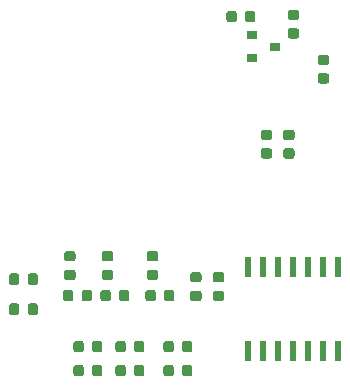
<source format=gtp>
G04 #@! TF.GenerationSoftware,KiCad,Pcbnew,5.1.5-52549c5~84~ubuntu18.04.1*
G04 #@! TF.CreationDate,2020-03-22T23:19:32-04:00*
G04 #@! TF.ProjectId,tcd1304_v1,74636431-3330-4345-9f76-312e6b696361,rev?*
G04 #@! TF.SameCoordinates,Original*
G04 #@! TF.FileFunction,Paste,Top*
G04 #@! TF.FilePolarity,Positive*
%FSLAX46Y46*%
G04 Gerber Fmt 4.6, Leading zero omitted, Abs format (unit mm)*
G04 Created by KiCad (PCBNEW 5.1.5-52549c5~84~ubuntu18.04.1) date 2020-03-22 23:19:32*
%MOMM*%
%LPD*%
G04 APERTURE LIST*
%ADD10R,0.568000X1.741399*%
%ADD11C,0.100000*%
%ADD12R,0.900000X0.800000*%
G04 APERTURE END LIST*
D10*
X156845000Y-99466400D03*
X155575000Y-99466400D03*
X154305000Y-99466400D03*
X153035000Y-99466400D03*
X151765000Y-99466400D03*
X150495000Y-99466400D03*
X149225000Y-99466400D03*
X149225000Y-92303600D03*
X150495000Y-92303600D03*
X151765000Y-92303600D03*
X153035000Y-92303600D03*
X154305000Y-92303600D03*
X155575000Y-92303600D03*
X156845000Y-92303600D03*
D11*
G36*
X134389691Y-90978053D02*
G01*
X134410926Y-90981203D01*
X134431750Y-90986419D01*
X134451962Y-90993651D01*
X134471368Y-91002830D01*
X134489781Y-91013866D01*
X134507024Y-91026654D01*
X134522930Y-91041070D01*
X134537346Y-91056976D01*
X134550134Y-91074219D01*
X134561170Y-91092632D01*
X134570349Y-91112038D01*
X134577581Y-91132250D01*
X134582797Y-91153074D01*
X134585947Y-91174309D01*
X134587000Y-91195750D01*
X134587000Y-91633250D01*
X134585947Y-91654691D01*
X134582797Y-91675926D01*
X134577581Y-91696750D01*
X134570349Y-91716962D01*
X134561170Y-91736368D01*
X134550134Y-91754781D01*
X134537346Y-91772024D01*
X134522930Y-91787930D01*
X134507024Y-91802346D01*
X134489781Y-91815134D01*
X134471368Y-91826170D01*
X134451962Y-91835349D01*
X134431750Y-91842581D01*
X134410926Y-91847797D01*
X134389691Y-91850947D01*
X134368250Y-91852000D01*
X133855750Y-91852000D01*
X133834309Y-91850947D01*
X133813074Y-91847797D01*
X133792250Y-91842581D01*
X133772038Y-91835349D01*
X133752632Y-91826170D01*
X133734219Y-91815134D01*
X133716976Y-91802346D01*
X133701070Y-91787930D01*
X133686654Y-91772024D01*
X133673866Y-91754781D01*
X133662830Y-91736368D01*
X133653651Y-91716962D01*
X133646419Y-91696750D01*
X133641203Y-91675926D01*
X133638053Y-91654691D01*
X133637000Y-91633250D01*
X133637000Y-91195750D01*
X133638053Y-91174309D01*
X133641203Y-91153074D01*
X133646419Y-91132250D01*
X133653651Y-91112038D01*
X133662830Y-91092632D01*
X133673866Y-91074219D01*
X133686654Y-91056976D01*
X133701070Y-91041070D01*
X133716976Y-91026654D01*
X133734219Y-91013866D01*
X133752632Y-91002830D01*
X133772038Y-90993651D01*
X133792250Y-90986419D01*
X133813074Y-90981203D01*
X133834309Y-90978053D01*
X133855750Y-90977000D01*
X134368250Y-90977000D01*
X134389691Y-90978053D01*
G37*
G36*
X134389691Y-92553053D02*
G01*
X134410926Y-92556203D01*
X134431750Y-92561419D01*
X134451962Y-92568651D01*
X134471368Y-92577830D01*
X134489781Y-92588866D01*
X134507024Y-92601654D01*
X134522930Y-92616070D01*
X134537346Y-92631976D01*
X134550134Y-92649219D01*
X134561170Y-92667632D01*
X134570349Y-92687038D01*
X134577581Y-92707250D01*
X134582797Y-92728074D01*
X134585947Y-92749309D01*
X134587000Y-92770750D01*
X134587000Y-93208250D01*
X134585947Y-93229691D01*
X134582797Y-93250926D01*
X134577581Y-93271750D01*
X134570349Y-93291962D01*
X134561170Y-93311368D01*
X134550134Y-93329781D01*
X134537346Y-93347024D01*
X134522930Y-93362930D01*
X134507024Y-93377346D01*
X134489781Y-93390134D01*
X134471368Y-93401170D01*
X134451962Y-93410349D01*
X134431750Y-93417581D01*
X134410926Y-93422797D01*
X134389691Y-93425947D01*
X134368250Y-93427000D01*
X133855750Y-93427000D01*
X133834309Y-93425947D01*
X133813074Y-93422797D01*
X133792250Y-93417581D01*
X133772038Y-93410349D01*
X133752632Y-93401170D01*
X133734219Y-93390134D01*
X133716976Y-93377346D01*
X133701070Y-93362930D01*
X133686654Y-93347024D01*
X133673866Y-93329781D01*
X133662830Y-93311368D01*
X133653651Y-93291962D01*
X133646419Y-93271750D01*
X133641203Y-93250926D01*
X133638053Y-93229691D01*
X133637000Y-93208250D01*
X133637000Y-92770750D01*
X133638053Y-92749309D01*
X133641203Y-92728074D01*
X133646419Y-92707250D01*
X133653651Y-92687038D01*
X133662830Y-92667632D01*
X133673866Y-92649219D01*
X133686654Y-92631976D01*
X133701070Y-92616070D01*
X133716976Y-92601654D01*
X133734219Y-92588866D01*
X133752632Y-92577830D01*
X133772038Y-92568651D01*
X133792250Y-92561419D01*
X133813074Y-92556203D01*
X133834309Y-92553053D01*
X133855750Y-92552000D01*
X134368250Y-92552000D01*
X134389691Y-92553053D01*
G37*
G36*
X137564691Y-90978053D02*
G01*
X137585926Y-90981203D01*
X137606750Y-90986419D01*
X137626962Y-90993651D01*
X137646368Y-91002830D01*
X137664781Y-91013866D01*
X137682024Y-91026654D01*
X137697930Y-91041070D01*
X137712346Y-91056976D01*
X137725134Y-91074219D01*
X137736170Y-91092632D01*
X137745349Y-91112038D01*
X137752581Y-91132250D01*
X137757797Y-91153074D01*
X137760947Y-91174309D01*
X137762000Y-91195750D01*
X137762000Y-91633250D01*
X137760947Y-91654691D01*
X137757797Y-91675926D01*
X137752581Y-91696750D01*
X137745349Y-91716962D01*
X137736170Y-91736368D01*
X137725134Y-91754781D01*
X137712346Y-91772024D01*
X137697930Y-91787930D01*
X137682024Y-91802346D01*
X137664781Y-91815134D01*
X137646368Y-91826170D01*
X137626962Y-91835349D01*
X137606750Y-91842581D01*
X137585926Y-91847797D01*
X137564691Y-91850947D01*
X137543250Y-91852000D01*
X137030750Y-91852000D01*
X137009309Y-91850947D01*
X136988074Y-91847797D01*
X136967250Y-91842581D01*
X136947038Y-91835349D01*
X136927632Y-91826170D01*
X136909219Y-91815134D01*
X136891976Y-91802346D01*
X136876070Y-91787930D01*
X136861654Y-91772024D01*
X136848866Y-91754781D01*
X136837830Y-91736368D01*
X136828651Y-91716962D01*
X136821419Y-91696750D01*
X136816203Y-91675926D01*
X136813053Y-91654691D01*
X136812000Y-91633250D01*
X136812000Y-91195750D01*
X136813053Y-91174309D01*
X136816203Y-91153074D01*
X136821419Y-91132250D01*
X136828651Y-91112038D01*
X136837830Y-91092632D01*
X136848866Y-91074219D01*
X136861654Y-91056976D01*
X136876070Y-91041070D01*
X136891976Y-91026654D01*
X136909219Y-91013866D01*
X136927632Y-91002830D01*
X136947038Y-90993651D01*
X136967250Y-90986419D01*
X136988074Y-90981203D01*
X137009309Y-90978053D01*
X137030750Y-90977000D01*
X137543250Y-90977000D01*
X137564691Y-90978053D01*
G37*
G36*
X137564691Y-92553053D02*
G01*
X137585926Y-92556203D01*
X137606750Y-92561419D01*
X137626962Y-92568651D01*
X137646368Y-92577830D01*
X137664781Y-92588866D01*
X137682024Y-92601654D01*
X137697930Y-92616070D01*
X137712346Y-92631976D01*
X137725134Y-92649219D01*
X137736170Y-92667632D01*
X137745349Y-92687038D01*
X137752581Y-92707250D01*
X137757797Y-92728074D01*
X137760947Y-92749309D01*
X137762000Y-92770750D01*
X137762000Y-93208250D01*
X137760947Y-93229691D01*
X137757797Y-93250926D01*
X137752581Y-93271750D01*
X137745349Y-93291962D01*
X137736170Y-93311368D01*
X137725134Y-93329781D01*
X137712346Y-93347024D01*
X137697930Y-93362930D01*
X137682024Y-93377346D01*
X137664781Y-93390134D01*
X137646368Y-93401170D01*
X137626962Y-93410349D01*
X137606750Y-93417581D01*
X137585926Y-93422797D01*
X137564691Y-93425947D01*
X137543250Y-93427000D01*
X137030750Y-93427000D01*
X137009309Y-93425947D01*
X136988074Y-93422797D01*
X136967250Y-93417581D01*
X136947038Y-93410349D01*
X136927632Y-93401170D01*
X136909219Y-93390134D01*
X136891976Y-93377346D01*
X136876070Y-93362930D01*
X136861654Y-93347024D01*
X136848866Y-93329781D01*
X136837830Y-93311368D01*
X136828651Y-93291962D01*
X136821419Y-93271750D01*
X136816203Y-93250926D01*
X136813053Y-93229691D01*
X136812000Y-93208250D01*
X136812000Y-92770750D01*
X136813053Y-92749309D01*
X136816203Y-92728074D01*
X136821419Y-92707250D01*
X136828651Y-92687038D01*
X136837830Y-92667632D01*
X136848866Y-92649219D01*
X136861654Y-92631976D01*
X136876070Y-92616070D01*
X136891976Y-92601654D01*
X136909219Y-92588866D01*
X136927632Y-92577830D01*
X136947038Y-92568651D01*
X136967250Y-92561419D01*
X136988074Y-92556203D01*
X137009309Y-92553053D01*
X137030750Y-92552000D01*
X137543250Y-92552000D01*
X137564691Y-92553053D01*
G37*
G36*
X141374691Y-90978053D02*
G01*
X141395926Y-90981203D01*
X141416750Y-90986419D01*
X141436962Y-90993651D01*
X141456368Y-91002830D01*
X141474781Y-91013866D01*
X141492024Y-91026654D01*
X141507930Y-91041070D01*
X141522346Y-91056976D01*
X141535134Y-91074219D01*
X141546170Y-91092632D01*
X141555349Y-91112038D01*
X141562581Y-91132250D01*
X141567797Y-91153074D01*
X141570947Y-91174309D01*
X141572000Y-91195750D01*
X141572000Y-91633250D01*
X141570947Y-91654691D01*
X141567797Y-91675926D01*
X141562581Y-91696750D01*
X141555349Y-91716962D01*
X141546170Y-91736368D01*
X141535134Y-91754781D01*
X141522346Y-91772024D01*
X141507930Y-91787930D01*
X141492024Y-91802346D01*
X141474781Y-91815134D01*
X141456368Y-91826170D01*
X141436962Y-91835349D01*
X141416750Y-91842581D01*
X141395926Y-91847797D01*
X141374691Y-91850947D01*
X141353250Y-91852000D01*
X140840750Y-91852000D01*
X140819309Y-91850947D01*
X140798074Y-91847797D01*
X140777250Y-91842581D01*
X140757038Y-91835349D01*
X140737632Y-91826170D01*
X140719219Y-91815134D01*
X140701976Y-91802346D01*
X140686070Y-91787930D01*
X140671654Y-91772024D01*
X140658866Y-91754781D01*
X140647830Y-91736368D01*
X140638651Y-91716962D01*
X140631419Y-91696750D01*
X140626203Y-91675926D01*
X140623053Y-91654691D01*
X140622000Y-91633250D01*
X140622000Y-91195750D01*
X140623053Y-91174309D01*
X140626203Y-91153074D01*
X140631419Y-91132250D01*
X140638651Y-91112038D01*
X140647830Y-91092632D01*
X140658866Y-91074219D01*
X140671654Y-91056976D01*
X140686070Y-91041070D01*
X140701976Y-91026654D01*
X140719219Y-91013866D01*
X140737632Y-91002830D01*
X140757038Y-90993651D01*
X140777250Y-90986419D01*
X140798074Y-90981203D01*
X140819309Y-90978053D01*
X140840750Y-90977000D01*
X141353250Y-90977000D01*
X141374691Y-90978053D01*
G37*
G36*
X141374691Y-92553053D02*
G01*
X141395926Y-92556203D01*
X141416750Y-92561419D01*
X141436962Y-92568651D01*
X141456368Y-92577830D01*
X141474781Y-92588866D01*
X141492024Y-92601654D01*
X141507930Y-92616070D01*
X141522346Y-92631976D01*
X141535134Y-92649219D01*
X141546170Y-92667632D01*
X141555349Y-92687038D01*
X141562581Y-92707250D01*
X141567797Y-92728074D01*
X141570947Y-92749309D01*
X141572000Y-92770750D01*
X141572000Y-93208250D01*
X141570947Y-93229691D01*
X141567797Y-93250926D01*
X141562581Y-93271750D01*
X141555349Y-93291962D01*
X141546170Y-93311368D01*
X141535134Y-93329781D01*
X141522346Y-93347024D01*
X141507930Y-93362930D01*
X141492024Y-93377346D01*
X141474781Y-93390134D01*
X141456368Y-93401170D01*
X141436962Y-93410349D01*
X141416750Y-93417581D01*
X141395926Y-93422797D01*
X141374691Y-93425947D01*
X141353250Y-93427000D01*
X140840750Y-93427000D01*
X140819309Y-93425947D01*
X140798074Y-93422797D01*
X140777250Y-93417581D01*
X140757038Y-93410349D01*
X140737632Y-93401170D01*
X140719219Y-93390134D01*
X140701976Y-93377346D01*
X140686070Y-93362930D01*
X140671654Y-93347024D01*
X140658866Y-93329781D01*
X140647830Y-93311368D01*
X140638651Y-93291962D01*
X140631419Y-93271750D01*
X140626203Y-93250926D01*
X140623053Y-93229691D01*
X140622000Y-93208250D01*
X140622000Y-92770750D01*
X140623053Y-92749309D01*
X140626203Y-92728074D01*
X140631419Y-92707250D01*
X140638651Y-92687038D01*
X140647830Y-92667632D01*
X140658866Y-92649219D01*
X140671654Y-92631976D01*
X140686070Y-92616070D01*
X140701976Y-92601654D01*
X140719219Y-92588866D01*
X140737632Y-92577830D01*
X140757038Y-92568651D01*
X140777250Y-92561419D01*
X140798074Y-92556203D01*
X140819309Y-92553053D01*
X140840750Y-92552000D01*
X141353250Y-92552000D01*
X141374691Y-92553053D01*
G37*
G36*
X135088691Y-98586053D02*
G01*
X135109926Y-98589203D01*
X135130750Y-98594419D01*
X135150962Y-98601651D01*
X135170368Y-98610830D01*
X135188781Y-98621866D01*
X135206024Y-98634654D01*
X135221930Y-98649070D01*
X135236346Y-98664976D01*
X135249134Y-98682219D01*
X135260170Y-98700632D01*
X135269349Y-98720038D01*
X135276581Y-98740250D01*
X135281797Y-98761074D01*
X135284947Y-98782309D01*
X135286000Y-98803750D01*
X135286000Y-99316250D01*
X135284947Y-99337691D01*
X135281797Y-99358926D01*
X135276581Y-99379750D01*
X135269349Y-99399962D01*
X135260170Y-99419368D01*
X135249134Y-99437781D01*
X135236346Y-99455024D01*
X135221930Y-99470930D01*
X135206024Y-99485346D01*
X135188781Y-99498134D01*
X135170368Y-99509170D01*
X135150962Y-99518349D01*
X135130750Y-99525581D01*
X135109926Y-99530797D01*
X135088691Y-99533947D01*
X135067250Y-99535000D01*
X134629750Y-99535000D01*
X134608309Y-99533947D01*
X134587074Y-99530797D01*
X134566250Y-99525581D01*
X134546038Y-99518349D01*
X134526632Y-99509170D01*
X134508219Y-99498134D01*
X134490976Y-99485346D01*
X134475070Y-99470930D01*
X134460654Y-99455024D01*
X134447866Y-99437781D01*
X134436830Y-99419368D01*
X134427651Y-99399962D01*
X134420419Y-99379750D01*
X134415203Y-99358926D01*
X134412053Y-99337691D01*
X134411000Y-99316250D01*
X134411000Y-98803750D01*
X134412053Y-98782309D01*
X134415203Y-98761074D01*
X134420419Y-98740250D01*
X134427651Y-98720038D01*
X134436830Y-98700632D01*
X134447866Y-98682219D01*
X134460654Y-98664976D01*
X134475070Y-98649070D01*
X134490976Y-98634654D01*
X134508219Y-98621866D01*
X134526632Y-98610830D01*
X134546038Y-98601651D01*
X134566250Y-98594419D01*
X134587074Y-98589203D01*
X134608309Y-98586053D01*
X134629750Y-98585000D01*
X135067250Y-98585000D01*
X135088691Y-98586053D01*
G37*
G36*
X136663691Y-98586053D02*
G01*
X136684926Y-98589203D01*
X136705750Y-98594419D01*
X136725962Y-98601651D01*
X136745368Y-98610830D01*
X136763781Y-98621866D01*
X136781024Y-98634654D01*
X136796930Y-98649070D01*
X136811346Y-98664976D01*
X136824134Y-98682219D01*
X136835170Y-98700632D01*
X136844349Y-98720038D01*
X136851581Y-98740250D01*
X136856797Y-98761074D01*
X136859947Y-98782309D01*
X136861000Y-98803750D01*
X136861000Y-99316250D01*
X136859947Y-99337691D01*
X136856797Y-99358926D01*
X136851581Y-99379750D01*
X136844349Y-99399962D01*
X136835170Y-99419368D01*
X136824134Y-99437781D01*
X136811346Y-99455024D01*
X136796930Y-99470930D01*
X136781024Y-99485346D01*
X136763781Y-99498134D01*
X136745368Y-99509170D01*
X136725962Y-99518349D01*
X136705750Y-99525581D01*
X136684926Y-99530797D01*
X136663691Y-99533947D01*
X136642250Y-99535000D01*
X136204750Y-99535000D01*
X136183309Y-99533947D01*
X136162074Y-99530797D01*
X136141250Y-99525581D01*
X136121038Y-99518349D01*
X136101632Y-99509170D01*
X136083219Y-99498134D01*
X136065976Y-99485346D01*
X136050070Y-99470930D01*
X136035654Y-99455024D01*
X136022866Y-99437781D01*
X136011830Y-99419368D01*
X136002651Y-99399962D01*
X135995419Y-99379750D01*
X135990203Y-99358926D01*
X135987053Y-99337691D01*
X135986000Y-99316250D01*
X135986000Y-98803750D01*
X135987053Y-98782309D01*
X135990203Y-98761074D01*
X135995419Y-98740250D01*
X136002651Y-98720038D01*
X136011830Y-98700632D01*
X136022866Y-98682219D01*
X136035654Y-98664976D01*
X136050070Y-98649070D01*
X136065976Y-98634654D01*
X136083219Y-98621866D01*
X136101632Y-98610830D01*
X136121038Y-98601651D01*
X136141250Y-98594419D01*
X136162074Y-98589203D01*
X136183309Y-98586053D01*
X136204750Y-98585000D01*
X136642250Y-98585000D01*
X136663691Y-98586053D01*
G37*
G36*
X140219691Y-98586053D02*
G01*
X140240926Y-98589203D01*
X140261750Y-98594419D01*
X140281962Y-98601651D01*
X140301368Y-98610830D01*
X140319781Y-98621866D01*
X140337024Y-98634654D01*
X140352930Y-98649070D01*
X140367346Y-98664976D01*
X140380134Y-98682219D01*
X140391170Y-98700632D01*
X140400349Y-98720038D01*
X140407581Y-98740250D01*
X140412797Y-98761074D01*
X140415947Y-98782309D01*
X140417000Y-98803750D01*
X140417000Y-99316250D01*
X140415947Y-99337691D01*
X140412797Y-99358926D01*
X140407581Y-99379750D01*
X140400349Y-99399962D01*
X140391170Y-99419368D01*
X140380134Y-99437781D01*
X140367346Y-99455024D01*
X140352930Y-99470930D01*
X140337024Y-99485346D01*
X140319781Y-99498134D01*
X140301368Y-99509170D01*
X140281962Y-99518349D01*
X140261750Y-99525581D01*
X140240926Y-99530797D01*
X140219691Y-99533947D01*
X140198250Y-99535000D01*
X139760750Y-99535000D01*
X139739309Y-99533947D01*
X139718074Y-99530797D01*
X139697250Y-99525581D01*
X139677038Y-99518349D01*
X139657632Y-99509170D01*
X139639219Y-99498134D01*
X139621976Y-99485346D01*
X139606070Y-99470930D01*
X139591654Y-99455024D01*
X139578866Y-99437781D01*
X139567830Y-99419368D01*
X139558651Y-99399962D01*
X139551419Y-99379750D01*
X139546203Y-99358926D01*
X139543053Y-99337691D01*
X139542000Y-99316250D01*
X139542000Y-98803750D01*
X139543053Y-98782309D01*
X139546203Y-98761074D01*
X139551419Y-98740250D01*
X139558651Y-98720038D01*
X139567830Y-98700632D01*
X139578866Y-98682219D01*
X139591654Y-98664976D01*
X139606070Y-98649070D01*
X139621976Y-98634654D01*
X139639219Y-98621866D01*
X139657632Y-98610830D01*
X139677038Y-98601651D01*
X139697250Y-98594419D01*
X139718074Y-98589203D01*
X139739309Y-98586053D01*
X139760750Y-98585000D01*
X140198250Y-98585000D01*
X140219691Y-98586053D01*
G37*
G36*
X138644691Y-98586053D02*
G01*
X138665926Y-98589203D01*
X138686750Y-98594419D01*
X138706962Y-98601651D01*
X138726368Y-98610830D01*
X138744781Y-98621866D01*
X138762024Y-98634654D01*
X138777930Y-98649070D01*
X138792346Y-98664976D01*
X138805134Y-98682219D01*
X138816170Y-98700632D01*
X138825349Y-98720038D01*
X138832581Y-98740250D01*
X138837797Y-98761074D01*
X138840947Y-98782309D01*
X138842000Y-98803750D01*
X138842000Y-99316250D01*
X138840947Y-99337691D01*
X138837797Y-99358926D01*
X138832581Y-99379750D01*
X138825349Y-99399962D01*
X138816170Y-99419368D01*
X138805134Y-99437781D01*
X138792346Y-99455024D01*
X138777930Y-99470930D01*
X138762024Y-99485346D01*
X138744781Y-99498134D01*
X138726368Y-99509170D01*
X138706962Y-99518349D01*
X138686750Y-99525581D01*
X138665926Y-99530797D01*
X138644691Y-99533947D01*
X138623250Y-99535000D01*
X138185750Y-99535000D01*
X138164309Y-99533947D01*
X138143074Y-99530797D01*
X138122250Y-99525581D01*
X138102038Y-99518349D01*
X138082632Y-99509170D01*
X138064219Y-99498134D01*
X138046976Y-99485346D01*
X138031070Y-99470930D01*
X138016654Y-99455024D01*
X138003866Y-99437781D01*
X137992830Y-99419368D01*
X137983651Y-99399962D01*
X137976419Y-99379750D01*
X137971203Y-99358926D01*
X137968053Y-99337691D01*
X137967000Y-99316250D01*
X137967000Y-98803750D01*
X137968053Y-98782309D01*
X137971203Y-98761074D01*
X137976419Y-98740250D01*
X137983651Y-98720038D01*
X137992830Y-98700632D01*
X138003866Y-98682219D01*
X138016654Y-98664976D01*
X138031070Y-98649070D01*
X138046976Y-98634654D01*
X138064219Y-98621866D01*
X138082632Y-98610830D01*
X138102038Y-98601651D01*
X138122250Y-98594419D01*
X138143074Y-98589203D01*
X138164309Y-98586053D01*
X138185750Y-98585000D01*
X138623250Y-98585000D01*
X138644691Y-98586053D01*
G37*
G36*
X144283691Y-98586053D02*
G01*
X144304926Y-98589203D01*
X144325750Y-98594419D01*
X144345962Y-98601651D01*
X144365368Y-98610830D01*
X144383781Y-98621866D01*
X144401024Y-98634654D01*
X144416930Y-98649070D01*
X144431346Y-98664976D01*
X144444134Y-98682219D01*
X144455170Y-98700632D01*
X144464349Y-98720038D01*
X144471581Y-98740250D01*
X144476797Y-98761074D01*
X144479947Y-98782309D01*
X144481000Y-98803750D01*
X144481000Y-99316250D01*
X144479947Y-99337691D01*
X144476797Y-99358926D01*
X144471581Y-99379750D01*
X144464349Y-99399962D01*
X144455170Y-99419368D01*
X144444134Y-99437781D01*
X144431346Y-99455024D01*
X144416930Y-99470930D01*
X144401024Y-99485346D01*
X144383781Y-99498134D01*
X144365368Y-99509170D01*
X144345962Y-99518349D01*
X144325750Y-99525581D01*
X144304926Y-99530797D01*
X144283691Y-99533947D01*
X144262250Y-99535000D01*
X143824750Y-99535000D01*
X143803309Y-99533947D01*
X143782074Y-99530797D01*
X143761250Y-99525581D01*
X143741038Y-99518349D01*
X143721632Y-99509170D01*
X143703219Y-99498134D01*
X143685976Y-99485346D01*
X143670070Y-99470930D01*
X143655654Y-99455024D01*
X143642866Y-99437781D01*
X143631830Y-99419368D01*
X143622651Y-99399962D01*
X143615419Y-99379750D01*
X143610203Y-99358926D01*
X143607053Y-99337691D01*
X143606000Y-99316250D01*
X143606000Y-98803750D01*
X143607053Y-98782309D01*
X143610203Y-98761074D01*
X143615419Y-98740250D01*
X143622651Y-98720038D01*
X143631830Y-98700632D01*
X143642866Y-98682219D01*
X143655654Y-98664976D01*
X143670070Y-98649070D01*
X143685976Y-98634654D01*
X143703219Y-98621866D01*
X143721632Y-98610830D01*
X143741038Y-98601651D01*
X143761250Y-98594419D01*
X143782074Y-98589203D01*
X143803309Y-98586053D01*
X143824750Y-98585000D01*
X144262250Y-98585000D01*
X144283691Y-98586053D01*
G37*
G36*
X142708691Y-98586053D02*
G01*
X142729926Y-98589203D01*
X142750750Y-98594419D01*
X142770962Y-98601651D01*
X142790368Y-98610830D01*
X142808781Y-98621866D01*
X142826024Y-98634654D01*
X142841930Y-98649070D01*
X142856346Y-98664976D01*
X142869134Y-98682219D01*
X142880170Y-98700632D01*
X142889349Y-98720038D01*
X142896581Y-98740250D01*
X142901797Y-98761074D01*
X142904947Y-98782309D01*
X142906000Y-98803750D01*
X142906000Y-99316250D01*
X142904947Y-99337691D01*
X142901797Y-99358926D01*
X142896581Y-99379750D01*
X142889349Y-99399962D01*
X142880170Y-99419368D01*
X142869134Y-99437781D01*
X142856346Y-99455024D01*
X142841930Y-99470930D01*
X142826024Y-99485346D01*
X142808781Y-99498134D01*
X142790368Y-99509170D01*
X142770962Y-99518349D01*
X142750750Y-99525581D01*
X142729926Y-99530797D01*
X142708691Y-99533947D01*
X142687250Y-99535000D01*
X142249750Y-99535000D01*
X142228309Y-99533947D01*
X142207074Y-99530797D01*
X142186250Y-99525581D01*
X142166038Y-99518349D01*
X142146632Y-99509170D01*
X142128219Y-99498134D01*
X142110976Y-99485346D01*
X142095070Y-99470930D01*
X142080654Y-99455024D01*
X142067866Y-99437781D01*
X142056830Y-99419368D01*
X142047651Y-99399962D01*
X142040419Y-99379750D01*
X142035203Y-99358926D01*
X142032053Y-99337691D01*
X142031000Y-99316250D01*
X142031000Y-98803750D01*
X142032053Y-98782309D01*
X142035203Y-98761074D01*
X142040419Y-98740250D01*
X142047651Y-98720038D01*
X142056830Y-98700632D01*
X142067866Y-98682219D01*
X142080654Y-98664976D01*
X142095070Y-98649070D01*
X142110976Y-98634654D01*
X142128219Y-98621866D01*
X142146632Y-98610830D01*
X142166038Y-98601651D01*
X142186250Y-98594419D01*
X142207074Y-98589203D01*
X142228309Y-98586053D01*
X142249750Y-98585000D01*
X142687250Y-98585000D01*
X142708691Y-98586053D01*
G37*
G36*
X151026691Y-80691053D02*
G01*
X151047926Y-80694203D01*
X151068750Y-80699419D01*
X151088962Y-80706651D01*
X151108368Y-80715830D01*
X151126781Y-80726866D01*
X151144024Y-80739654D01*
X151159930Y-80754070D01*
X151174346Y-80769976D01*
X151187134Y-80787219D01*
X151198170Y-80805632D01*
X151207349Y-80825038D01*
X151214581Y-80845250D01*
X151219797Y-80866074D01*
X151222947Y-80887309D01*
X151224000Y-80908750D01*
X151224000Y-81346250D01*
X151222947Y-81367691D01*
X151219797Y-81388926D01*
X151214581Y-81409750D01*
X151207349Y-81429962D01*
X151198170Y-81449368D01*
X151187134Y-81467781D01*
X151174346Y-81485024D01*
X151159930Y-81500930D01*
X151144024Y-81515346D01*
X151126781Y-81528134D01*
X151108368Y-81539170D01*
X151088962Y-81548349D01*
X151068750Y-81555581D01*
X151047926Y-81560797D01*
X151026691Y-81563947D01*
X151005250Y-81565000D01*
X150492750Y-81565000D01*
X150471309Y-81563947D01*
X150450074Y-81560797D01*
X150429250Y-81555581D01*
X150409038Y-81548349D01*
X150389632Y-81539170D01*
X150371219Y-81528134D01*
X150353976Y-81515346D01*
X150338070Y-81500930D01*
X150323654Y-81485024D01*
X150310866Y-81467781D01*
X150299830Y-81449368D01*
X150290651Y-81429962D01*
X150283419Y-81409750D01*
X150278203Y-81388926D01*
X150275053Y-81367691D01*
X150274000Y-81346250D01*
X150274000Y-80908750D01*
X150275053Y-80887309D01*
X150278203Y-80866074D01*
X150283419Y-80845250D01*
X150290651Y-80825038D01*
X150299830Y-80805632D01*
X150310866Y-80787219D01*
X150323654Y-80769976D01*
X150338070Y-80754070D01*
X150353976Y-80739654D01*
X150371219Y-80726866D01*
X150389632Y-80715830D01*
X150409038Y-80706651D01*
X150429250Y-80699419D01*
X150450074Y-80694203D01*
X150471309Y-80691053D01*
X150492750Y-80690000D01*
X151005250Y-80690000D01*
X151026691Y-80691053D01*
G37*
G36*
X151026691Y-82266053D02*
G01*
X151047926Y-82269203D01*
X151068750Y-82274419D01*
X151088962Y-82281651D01*
X151108368Y-82290830D01*
X151126781Y-82301866D01*
X151144024Y-82314654D01*
X151159930Y-82329070D01*
X151174346Y-82344976D01*
X151187134Y-82362219D01*
X151198170Y-82380632D01*
X151207349Y-82400038D01*
X151214581Y-82420250D01*
X151219797Y-82441074D01*
X151222947Y-82462309D01*
X151224000Y-82483750D01*
X151224000Y-82921250D01*
X151222947Y-82942691D01*
X151219797Y-82963926D01*
X151214581Y-82984750D01*
X151207349Y-83004962D01*
X151198170Y-83024368D01*
X151187134Y-83042781D01*
X151174346Y-83060024D01*
X151159930Y-83075930D01*
X151144024Y-83090346D01*
X151126781Y-83103134D01*
X151108368Y-83114170D01*
X151088962Y-83123349D01*
X151068750Y-83130581D01*
X151047926Y-83135797D01*
X151026691Y-83138947D01*
X151005250Y-83140000D01*
X150492750Y-83140000D01*
X150471309Y-83138947D01*
X150450074Y-83135797D01*
X150429250Y-83130581D01*
X150409038Y-83123349D01*
X150389632Y-83114170D01*
X150371219Y-83103134D01*
X150353976Y-83090346D01*
X150338070Y-83075930D01*
X150323654Y-83060024D01*
X150310866Y-83042781D01*
X150299830Y-83024368D01*
X150290651Y-83004962D01*
X150283419Y-82984750D01*
X150278203Y-82963926D01*
X150275053Y-82942691D01*
X150274000Y-82921250D01*
X150274000Y-82483750D01*
X150275053Y-82462309D01*
X150278203Y-82441074D01*
X150283419Y-82420250D01*
X150290651Y-82400038D01*
X150299830Y-82380632D01*
X150310866Y-82362219D01*
X150323654Y-82344976D01*
X150338070Y-82329070D01*
X150353976Y-82314654D01*
X150371219Y-82301866D01*
X150389632Y-82290830D01*
X150409038Y-82281651D01*
X150429250Y-82274419D01*
X150450074Y-82269203D01*
X150471309Y-82266053D01*
X150492750Y-82265000D01*
X151005250Y-82265000D01*
X151026691Y-82266053D01*
G37*
G36*
X152931691Y-80691053D02*
G01*
X152952926Y-80694203D01*
X152973750Y-80699419D01*
X152993962Y-80706651D01*
X153013368Y-80715830D01*
X153031781Y-80726866D01*
X153049024Y-80739654D01*
X153064930Y-80754070D01*
X153079346Y-80769976D01*
X153092134Y-80787219D01*
X153103170Y-80805632D01*
X153112349Y-80825038D01*
X153119581Y-80845250D01*
X153124797Y-80866074D01*
X153127947Y-80887309D01*
X153129000Y-80908750D01*
X153129000Y-81346250D01*
X153127947Y-81367691D01*
X153124797Y-81388926D01*
X153119581Y-81409750D01*
X153112349Y-81429962D01*
X153103170Y-81449368D01*
X153092134Y-81467781D01*
X153079346Y-81485024D01*
X153064930Y-81500930D01*
X153049024Y-81515346D01*
X153031781Y-81528134D01*
X153013368Y-81539170D01*
X152993962Y-81548349D01*
X152973750Y-81555581D01*
X152952926Y-81560797D01*
X152931691Y-81563947D01*
X152910250Y-81565000D01*
X152397750Y-81565000D01*
X152376309Y-81563947D01*
X152355074Y-81560797D01*
X152334250Y-81555581D01*
X152314038Y-81548349D01*
X152294632Y-81539170D01*
X152276219Y-81528134D01*
X152258976Y-81515346D01*
X152243070Y-81500930D01*
X152228654Y-81485024D01*
X152215866Y-81467781D01*
X152204830Y-81449368D01*
X152195651Y-81429962D01*
X152188419Y-81409750D01*
X152183203Y-81388926D01*
X152180053Y-81367691D01*
X152179000Y-81346250D01*
X152179000Y-80908750D01*
X152180053Y-80887309D01*
X152183203Y-80866074D01*
X152188419Y-80845250D01*
X152195651Y-80825038D01*
X152204830Y-80805632D01*
X152215866Y-80787219D01*
X152228654Y-80769976D01*
X152243070Y-80754070D01*
X152258976Y-80739654D01*
X152276219Y-80726866D01*
X152294632Y-80715830D01*
X152314038Y-80706651D01*
X152334250Y-80699419D01*
X152355074Y-80694203D01*
X152376309Y-80691053D01*
X152397750Y-80690000D01*
X152910250Y-80690000D01*
X152931691Y-80691053D01*
G37*
G36*
X152931691Y-82266053D02*
G01*
X152952926Y-82269203D01*
X152973750Y-82274419D01*
X152993962Y-82281651D01*
X153013368Y-82290830D01*
X153031781Y-82301866D01*
X153049024Y-82314654D01*
X153064930Y-82329070D01*
X153079346Y-82344976D01*
X153092134Y-82362219D01*
X153103170Y-82380632D01*
X153112349Y-82400038D01*
X153119581Y-82420250D01*
X153124797Y-82441074D01*
X153127947Y-82462309D01*
X153129000Y-82483750D01*
X153129000Y-82921250D01*
X153127947Y-82942691D01*
X153124797Y-82963926D01*
X153119581Y-82984750D01*
X153112349Y-83004962D01*
X153103170Y-83024368D01*
X153092134Y-83042781D01*
X153079346Y-83060024D01*
X153064930Y-83075930D01*
X153049024Y-83090346D01*
X153031781Y-83103134D01*
X153013368Y-83114170D01*
X152993962Y-83123349D01*
X152973750Y-83130581D01*
X152952926Y-83135797D01*
X152931691Y-83138947D01*
X152910250Y-83140000D01*
X152397750Y-83140000D01*
X152376309Y-83138947D01*
X152355074Y-83135797D01*
X152334250Y-83130581D01*
X152314038Y-83123349D01*
X152294632Y-83114170D01*
X152276219Y-83103134D01*
X152258976Y-83090346D01*
X152243070Y-83075930D01*
X152228654Y-83060024D01*
X152215866Y-83042781D01*
X152204830Y-83024368D01*
X152195651Y-83004962D01*
X152188419Y-82984750D01*
X152183203Y-82963926D01*
X152180053Y-82942691D01*
X152179000Y-82921250D01*
X152179000Y-82483750D01*
X152180053Y-82462309D01*
X152183203Y-82441074D01*
X152188419Y-82420250D01*
X152195651Y-82400038D01*
X152204830Y-82380632D01*
X152215866Y-82362219D01*
X152228654Y-82344976D01*
X152243070Y-82329070D01*
X152258976Y-82314654D01*
X152276219Y-82301866D01*
X152294632Y-82290830D01*
X152314038Y-82281651D01*
X152334250Y-82274419D01*
X152355074Y-82269203D01*
X152376309Y-82266053D01*
X152397750Y-82265000D01*
X152910250Y-82265000D01*
X152931691Y-82266053D01*
G37*
G36*
X134199691Y-94268053D02*
G01*
X134220926Y-94271203D01*
X134241750Y-94276419D01*
X134261962Y-94283651D01*
X134281368Y-94292830D01*
X134299781Y-94303866D01*
X134317024Y-94316654D01*
X134332930Y-94331070D01*
X134347346Y-94346976D01*
X134360134Y-94364219D01*
X134371170Y-94382632D01*
X134380349Y-94402038D01*
X134387581Y-94422250D01*
X134392797Y-94443074D01*
X134395947Y-94464309D01*
X134397000Y-94485750D01*
X134397000Y-94998250D01*
X134395947Y-95019691D01*
X134392797Y-95040926D01*
X134387581Y-95061750D01*
X134380349Y-95081962D01*
X134371170Y-95101368D01*
X134360134Y-95119781D01*
X134347346Y-95137024D01*
X134332930Y-95152930D01*
X134317024Y-95167346D01*
X134299781Y-95180134D01*
X134281368Y-95191170D01*
X134261962Y-95200349D01*
X134241750Y-95207581D01*
X134220926Y-95212797D01*
X134199691Y-95215947D01*
X134178250Y-95217000D01*
X133740750Y-95217000D01*
X133719309Y-95215947D01*
X133698074Y-95212797D01*
X133677250Y-95207581D01*
X133657038Y-95200349D01*
X133637632Y-95191170D01*
X133619219Y-95180134D01*
X133601976Y-95167346D01*
X133586070Y-95152930D01*
X133571654Y-95137024D01*
X133558866Y-95119781D01*
X133547830Y-95101368D01*
X133538651Y-95081962D01*
X133531419Y-95061750D01*
X133526203Y-95040926D01*
X133523053Y-95019691D01*
X133522000Y-94998250D01*
X133522000Y-94485750D01*
X133523053Y-94464309D01*
X133526203Y-94443074D01*
X133531419Y-94422250D01*
X133538651Y-94402038D01*
X133547830Y-94382632D01*
X133558866Y-94364219D01*
X133571654Y-94346976D01*
X133586070Y-94331070D01*
X133601976Y-94316654D01*
X133619219Y-94303866D01*
X133637632Y-94292830D01*
X133657038Y-94283651D01*
X133677250Y-94276419D01*
X133698074Y-94271203D01*
X133719309Y-94268053D01*
X133740750Y-94267000D01*
X134178250Y-94267000D01*
X134199691Y-94268053D01*
G37*
G36*
X135774691Y-94268053D02*
G01*
X135795926Y-94271203D01*
X135816750Y-94276419D01*
X135836962Y-94283651D01*
X135856368Y-94292830D01*
X135874781Y-94303866D01*
X135892024Y-94316654D01*
X135907930Y-94331070D01*
X135922346Y-94346976D01*
X135935134Y-94364219D01*
X135946170Y-94382632D01*
X135955349Y-94402038D01*
X135962581Y-94422250D01*
X135967797Y-94443074D01*
X135970947Y-94464309D01*
X135972000Y-94485750D01*
X135972000Y-94998250D01*
X135970947Y-95019691D01*
X135967797Y-95040926D01*
X135962581Y-95061750D01*
X135955349Y-95081962D01*
X135946170Y-95101368D01*
X135935134Y-95119781D01*
X135922346Y-95137024D01*
X135907930Y-95152930D01*
X135892024Y-95167346D01*
X135874781Y-95180134D01*
X135856368Y-95191170D01*
X135836962Y-95200349D01*
X135816750Y-95207581D01*
X135795926Y-95212797D01*
X135774691Y-95215947D01*
X135753250Y-95217000D01*
X135315750Y-95217000D01*
X135294309Y-95215947D01*
X135273074Y-95212797D01*
X135252250Y-95207581D01*
X135232038Y-95200349D01*
X135212632Y-95191170D01*
X135194219Y-95180134D01*
X135176976Y-95167346D01*
X135161070Y-95152930D01*
X135146654Y-95137024D01*
X135133866Y-95119781D01*
X135122830Y-95101368D01*
X135113651Y-95081962D01*
X135106419Y-95061750D01*
X135101203Y-95040926D01*
X135098053Y-95019691D01*
X135097000Y-94998250D01*
X135097000Y-94485750D01*
X135098053Y-94464309D01*
X135101203Y-94443074D01*
X135106419Y-94422250D01*
X135113651Y-94402038D01*
X135122830Y-94382632D01*
X135133866Y-94364219D01*
X135146654Y-94346976D01*
X135161070Y-94331070D01*
X135176976Y-94316654D01*
X135194219Y-94303866D01*
X135212632Y-94292830D01*
X135232038Y-94283651D01*
X135252250Y-94276419D01*
X135273074Y-94271203D01*
X135294309Y-94268053D01*
X135315750Y-94267000D01*
X135753250Y-94267000D01*
X135774691Y-94268053D01*
G37*
G36*
X137374691Y-94268053D02*
G01*
X137395926Y-94271203D01*
X137416750Y-94276419D01*
X137436962Y-94283651D01*
X137456368Y-94292830D01*
X137474781Y-94303866D01*
X137492024Y-94316654D01*
X137507930Y-94331070D01*
X137522346Y-94346976D01*
X137535134Y-94364219D01*
X137546170Y-94382632D01*
X137555349Y-94402038D01*
X137562581Y-94422250D01*
X137567797Y-94443074D01*
X137570947Y-94464309D01*
X137572000Y-94485750D01*
X137572000Y-94998250D01*
X137570947Y-95019691D01*
X137567797Y-95040926D01*
X137562581Y-95061750D01*
X137555349Y-95081962D01*
X137546170Y-95101368D01*
X137535134Y-95119781D01*
X137522346Y-95137024D01*
X137507930Y-95152930D01*
X137492024Y-95167346D01*
X137474781Y-95180134D01*
X137456368Y-95191170D01*
X137436962Y-95200349D01*
X137416750Y-95207581D01*
X137395926Y-95212797D01*
X137374691Y-95215947D01*
X137353250Y-95217000D01*
X136915750Y-95217000D01*
X136894309Y-95215947D01*
X136873074Y-95212797D01*
X136852250Y-95207581D01*
X136832038Y-95200349D01*
X136812632Y-95191170D01*
X136794219Y-95180134D01*
X136776976Y-95167346D01*
X136761070Y-95152930D01*
X136746654Y-95137024D01*
X136733866Y-95119781D01*
X136722830Y-95101368D01*
X136713651Y-95081962D01*
X136706419Y-95061750D01*
X136701203Y-95040926D01*
X136698053Y-95019691D01*
X136697000Y-94998250D01*
X136697000Y-94485750D01*
X136698053Y-94464309D01*
X136701203Y-94443074D01*
X136706419Y-94422250D01*
X136713651Y-94402038D01*
X136722830Y-94382632D01*
X136733866Y-94364219D01*
X136746654Y-94346976D01*
X136761070Y-94331070D01*
X136776976Y-94316654D01*
X136794219Y-94303866D01*
X136812632Y-94292830D01*
X136832038Y-94283651D01*
X136852250Y-94276419D01*
X136873074Y-94271203D01*
X136894309Y-94268053D01*
X136915750Y-94267000D01*
X137353250Y-94267000D01*
X137374691Y-94268053D01*
G37*
G36*
X138949691Y-94268053D02*
G01*
X138970926Y-94271203D01*
X138991750Y-94276419D01*
X139011962Y-94283651D01*
X139031368Y-94292830D01*
X139049781Y-94303866D01*
X139067024Y-94316654D01*
X139082930Y-94331070D01*
X139097346Y-94346976D01*
X139110134Y-94364219D01*
X139121170Y-94382632D01*
X139130349Y-94402038D01*
X139137581Y-94422250D01*
X139142797Y-94443074D01*
X139145947Y-94464309D01*
X139147000Y-94485750D01*
X139147000Y-94998250D01*
X139145947Y-95019691D01*
X139142797Y-95040926D01*
X139137581Y-95061750D01*
X139130349Y-95081962D01*
X139121170Y-95101368D01*
X139110134Y-95119781D01*
X139097346Y-95137024D01*
X139082930Y-95152930D01*
X139067024Y-95167346D01*
X139049781Y-95180134D01*
X139031368Y-95191170D01*
X139011962Y-95200349D01*
X138991750Y-95207581D01*
X138970926Y-95212797D01*
X138949691Y-95215947D01*
X138928250Y-95217000D01*
X138490750Y-95217000D01*
X138469309Y-95215947D01*
X138448074Y-95212797D01*
X138427250Y-95207581D01*
X138407038Y-95200349D01*
X138387632Y-95191170D01*
X138369219Y-95180134D01*
X138351976Y-95167346D01*
X138336070Y-95152930D01*
X138321654Y-95137024D01*
X138308866Y-95119781D01*
X138297830Y-95101368D01*
X138288651Y-95081962D01*
X138281419Y-95061750D01*
X138276203Y-95040926D01*
X138273053Y-95019691D01*
X138272000Y-94998250D01*
X138272000Y-94485750D01*
X138273053Y-94464309D01*
X138276203Y-94443074D01*
X138281419Y-94422250D01*
X138288651Y-94402038D01*
X138297830Y-94382632D01*
X138308866Y-94364219D01*
X138321654Y-94346976D01*
X138336070Y-94331070D01*
X138351976Y-94316654D01*
X138369219Y-94303866D01*
X138387632Y-94292830D01*
X138407038Y-94283651D01*
X138427250Y-94276419D01*
X138448074Y-94271203D01*
X138469309Y-94268053D01*
X138490750Y-94267000D01*
X138928250Y-94267000D01*
X138949691Y-94268053D01*
G37*
G36*
X141184691Y-94268053D02*
G01*
X141205926Y-94271203D01*
X141226750Y-94276419D01*
X141246962Y-94283651D01*
X141266368Y-94292830D01*
X141284781Y-94303866D01*
X141302024Y-94316654D01*
X141317930Y-94331070D01*
X141332346Y-94346976D01*
X141345134Y-94364219D01*
X141356170Y-94382632D01*
X141365349Y-94402038D01*
X141372581Y-94422250D01*
X141377797Y-94443074D01*
X141380947Y-94464309D01*
X141382000Y-94485750D01*
X141382000Y-94998250D01*
X141380947Y-95019691D01*
X141377797Y-95040926D01*
X141372581Y-95061750D01*
X141365349Y-95081962D01*
X141356170Y-95101368D01*
X141345134Y-95119781D01*
X141332346Y-95137024D01*
X141317930Y-95152930D01*
X141302024Y-95167346D01*
X141284781Y-95180134D01*
X141266368Y-95191170D01*
X141246962Y-95200349D01*
X141226750Y-95207581D01*
X141205926Y-95212797D01*
X141184691Y-95215947D01*
X141163250Y-95217000D01*
X140725750Y-95217000D01*
X140704309Y-95215947D01*
X140683074Y-95212797D01*
X140662250Y-95207581D01*
X140642038Y-95200349D01*
X140622632Y-95191170D01*
X140604219Y-95180134D01*
X140586976Y-95167346D01*
X140571070Y-95152930D01*
X140556654Y-95137024D01*
X140543866Y-95119781D01*
X140532830Y-95101368D01*
X140523651Y-95081962D01*
X140516419Y-95061750D01*
X140511203Y-95040926D01*
X140508053Y-95019691D01*
X140507000Y-94998250D01*
X140507000Y-94485750D01*
X140508053Y-94464309D01*
X140511203Y-94443074D01*
X140516419Y-94422250D01*
X140523651Y-94402038D01*
X140532830Y-94382632D01*
X140543866Y-94364219D01*
X140556654Y-94346976D01*
X140571070Y-94331070D01*
X140586976Y-94316654D01*
X140604219Y-94303866D01*
X140622632Y-94292830D01*
X140642038Y-94283651D01*
X140662250Y-94276419D01*
X140683074Y-94271203D01*
X140704309Y-94268053D01*
X140725750Y-94267000D01*
X141163250Y-94267000D01*
X141184691Y-94268053D01*
G37*
G36*
X142759691Y-94268053D02*
G01*
X142780926Y-94271203D01*
X142801750Y-94276419D01*
X142821962Y-94283651D01*
X142841368Y-94292830D01*
X142859781Y-94303866D01*
X142877024Y-94316654D01*
X142892930Y-94331070D01*
X142907346Y-94346976D01*
X142920134Y-94364219D01*
X142931170Y-94382632D01*
X142940349Y-94402038D01*
X142947581Y-94422250D01*
X142952797Y-94443074D01*
X142955947Y-94464309D01*
X142957000Y-94485750D01*
X142957000Y-94998250D01*
X142955947Y-95019691D01*
X142952797Y-95040926D01*
X142947581Y-95061750D01*
X142940349Y-95081962D01*
X142931170Y-95101368D01*
X142920134Y-95119781D01*
X142907346Y-95137024D01*
X142892930Y-95152930D01*
X142877024Y-95167346D01*
X142859781Y-95180134D01*
X142841368Y-95191170D01*
X142821962Y-95200349D01*
X142801750Y-95207581D01*
X142780926Y-95212797D01*
X142759691Y-95215947D01*
X142738250Y-95217000D01*
X142300750Y-95217000D01*
X142279309Y-95215947D01*
X142258074Y-95212797D01*
X142237250Y-95207581D01*
X142217038Y-95200349D01*
X142197632Y-95191170D01*
X142179219Y-95180134D01*
X142161976Y-95167346D01*
X142146070Y-95152930D01*
X142131654Y-95137024D01*
X142118866Y-95119781D01*
X142107830Y-95101368D01*
X142098651Y-95081962D01*
X142091419Y-95061750D01*
X142086203Y-95040926D01*
X142083053Y-95019691D01*
X142082000Y-94998250D01*
X142082000Y-94485750D01*
X142083053Y-94464309D01*
X142086203Y-94443074D01*
X142091419Y-94422250D01*
X142098651Y-94402038D01*
X142107830Y-94382632D01*
X142118866Y-94364219D01*
X142131654Y-94346976D01*
X142146070Y-94331070D01*
X142161976Y-94316654D01*
X142179219Y-94303866D01*
X142197632Y-94292830D01*
X142217038Y-94283651D01*
X142237250Y-94276419D01*
X142258074Y-94271203D01*
X142279309Y-94268053D01*
X142300750Y-94267000D01*
X142738250Y-94267000D01*
X142759691Y-94268053D01*
G37*
G36*
X146962691Y-94331053D02*
G01*
X146983926Y-94334203D01*
X147004750Y-94339419D01*
X147024962Y-94346651D01*
X147044368Y-94355830D01*
X147062781Y-94366866D01*
X147080024Y-94379654D01*
X147095930Y-94394070D01*
X147110346Y-94409976D01*
X147123134Y-94427219D01*
X147134170Y-94445632D01*
X147143349Y-94465038D01*
X147150581Y-94485250D01*
X147155797Y-94506074D01*
X147158947Y-94527309D01*
X147160000Y-94548750D01*
X147160000Y-94986250D01*
X147158947Y-95007691D01*
X147155797Y-95028926D01*
X147150581Y-95049750D01*
X147143349Y-95069962D01*
X147134170Y-95089368D01*
X147123134Y-95107781D01*
X147110346Y-95125024D01*
X147095930Y-95140930D01*
X147080024Y-95155346D01*
X147062781Y-95168134D01*
X147044368Y-95179170D01*
X147024962Y-95188349D01*
X147004750Y-95195581D01*
X146983926Y-95200797D01*
X146962691Y-95203947D01*
X146941250Y-95205000D01*
X146428750Y-95205000D01*
X146407309Y-95203947D01*
X146386074Y-95200797D01*
X146365250Y-95195581D01*
X146345038Y-95188349D01*
X146325632Y-95179170D01*
X146307219Y-95168134D01*
X146289976Y-95155346D01*
X146274070Y-95140930D01*
X146259654Y-95125024D01*
X146246866Y-95107781D01*
X146235830Y-95089368D01*
X146226651Y-95069962D01*
X146219419Y-95049750D01*
X146214203Y-95028926D01*
X146211053Y-95007691D01*
X146210000Y-94986250D01*
X146210000Y-94548750D01*
X146211053Y-94527309D01*
X146214203Y-94506074D01*
X146219419Y-94485250D01*
X146226651Y-94465038D01*
X146235830Y-94445632D01*
X146246866Y-94427219D01*
X146259654Y-94409976D01*
X146274070Y-94394070D01*
X146289976Y-94379654D01*
X146307219Y-94366866D01*
X146325632Y-94355830D01*
X146345038Y-94346651D01*
X146365250Y-94339419D01*
X146386074Y-94334203D01*
X146407309Y-94331053D01*
X146428750Y-94330000D01*
X146941250Y-94330000D01*
X146962691Y-94331053D01*
G37*
G36*
X146962691Y-92756053D02*
G01*
X146983926Y-92759203D01*
X147004750Y-92764419D01*
X147024962Y-92771651D01*
X147044368Y-92780830D01*
X147062781Y-92791866D01*
X147080024Y-92804654D01*
X147095930Y-92819070D01*
X147110346Y-92834976D01*
X147123134Y-92852219D01*
X147134170Y-92870632D01*
X147143349Y-92890038D01*
X147150581Y-92910250D01*
X147155797Y-92931074D01*
X147158947Y-92952309D01*
X147160000Y-92973750D01*
X147160000Y-93411250D01*
X147158947Y-93432691D01*
X147155797Y-93453926D01*
X147150581Y-93474750D01*
X147143349Y-93494962D01*
X147134170Y-93514368D01*
X147123134Y-93532781D01*
X147110346Y-93550024D01*
X147095930Y-93565930D01*
X147080024Y-93580346D01*
X147062781Y-93593134D01*
X147044368Y-93604170D01*
X147024962Y-93613349D01*
X147004750Y-93620581D01*
X146983926Y-93625797D01*
X146962691Y-93628947D01*
X146941250Y-93630000D01*
X146428750Y-93630000D01*
X146407309Y-93628947D01*
X146386074Y-93625797D01*
X146365250Y-93620581D01*
X146345038Y-93613349D01*
X146325632Y-93604170D01*
X146307219Y-93593134D01*
X146289976Y-93580346D01*
X146274070Y-93565930D01*
X146259654Y-93550024D01*
X146246866Y-93532781D01*
X146235830Y-93514368D01*
X146226651Y-93494962D01*
X146219419Y-93474750D01*
X146214203Y-93453926D01*
X146211053Y-93432691D01*
X146210000Y-93411250D01*
X146210000Y-92973750D01*
X146211053Y-92952309D01*
X146214203Y-92931074D01*
X146219419Y-92910250D01*
X146226651Y-92890038D01*
X146235830Y-92870632D01*
X146246866Y-92852219D01*
X146259654Y-92834976D01*
X146274070Y-92819070D01*
X146289976Y-92804654D01*
X146307219Y-92791866D01*
X146325632Y-92780830D01*
X146345038Y-92771651D01*
X146365250Y-92764419D01*
X146386074Y-92759203D01*
X146407309Y-92756053D01*
X146428750Y-92755000D01*
X146941250Y-92755000D01*
X146962691Y-92756053D01*
G37*
G36*
X145057691Y-94331053D02*
G01*
X145078926Y-94334203D01*
X145099750Y-94339419D01*
X145119962Y-94346651D01*
X145139368Y-94355830D01*
X145157781Y-94366866D01*
X145175024Y-94379654D01*
X145190930Y-94394070D01*
X145205346Y-94409976D01*
X145218134Y-94427219D01*
X145229170Y-94445632D01*
X145238349Y-94465038D01*
X145245581Y-94485250D01*
X145250797Y-94506074D01*
X145253947Y-94527309D01*
X145255000Y-94548750D01*
X145255000Y-94986250D01*
X145253947Y-95007691D01*
X145250797Y-95028926D01*
X145245581Y-95049750D01*
X145238349Y-95069962D01*
X145229170Y-95089368D01*
X145218134Y-95107781D01*
X145205346Y-95125024D01*
X145190930Y-95140930D01*
X145175024Y-95155346D01*
X145157781Y-95168134D01*
X145139368Y-95179170D01*
X145119962Y-95188349D01*
X145099750Y-95195581D01*
X145078926Y-95200797D01*
X145057691Y-95203947D01*
X145036250Y-95205000D01*
X144523750Y-95205000D01*
X144502309Y-95203947D01*
X144481074Y-95200797D01*
X144460250Y-95195581D01*
X144440038Y-95188349D01*
X144420632Y-95179170D01*
X144402219Y-95168134D01*
X144384976Y-95155346D01*
X144369070Y-95140930D01*
X144354654Y-95125024D01*
X144341866Y-95107781D01*
X144330830Y-95089368D01*
X144321651Y-95069962D01*
X144314419Y-95049750D01*
X144309203Y-95028926D01*
X144306053Y-95007691D01*
X144305000Y-94986250D01*
X144305000Y-94548750D01*
X144306053Y-94527309D01*
X144309203Y-94506074D01*
X144314419Y-94485250D01*
X144321651Y-94465038D01*
X144330830Y-94445632D01*
X144341866Y-94427219D01*
X144354654Y-94409976D01*
X144369070Y-94394070D01*
X144384976Y-94379654D01*
X144402219Y-94366866D01*
X144420632Y-94355830D01*
X144440038Y-94346651D01*
X144460250Y-94339419D01*
X144481074Y-94334203D01*
X144502309Y-94331053D01*
X144523750Y-94330000D01*
X145036250Y-94330000D01*
X145057691Y-94331053D01*
G37*
G36*
X145057691Y-92756053D02*
G01*
X145078926Y-92759203D01*
X145099750Y-92764419D01*
X145119962Y-92771651D01*
X145139368Y-92780830D01*
X145157781Y-92791866D01*
X145175024Y-92804654D01*
X145190930Y-92819070D01*
X145205346Y-92834976D01*
X145218134Y-92852219D01*
X145229170Y-92870632D01*
X145238349Y-92890038D01*
X145245581Y-92910250D01*
X145250797Y-92931074D01*
X145253947Y-92952309D01*
X145255000Y-92973750D01*
X145255000Y-93411250D01*
X145253947Y-93432691D01*
X145250797Y-93453926D01*
X145245581Y-93474750D01*
X145238349Y-93494962D01*
X145229170Y-93514368D01*
X145218134Y-93532781D01*
X145205346Y-93550024D01*
X145190930Y-93565930D01*
X145175024Y-93580346D01*
X145157781Y-93593134D01*
X145139368Y-93604170D01*
X145119962Y-93613349D01*
X145099750Y-93620581D01*
X145078926Y-93625797D01*
X145057691Y-93628947D01*
X145036250Y-93630000D01*
X144523750Y-93630000D01*
X144502309Y-93628947D01*
X144481074Y-93625797D01*
X144460250Y-93620581D01*
X144440038Y-93613349D01*
X144420632Y-93604170D01*
X144402219Y-93593134D01*
X144384976Y-93580346D01*
X144369070Y-93565930D01*
X144354654Y-93550024D01*
X144341866Y-93532781D01*
X144330830Y-93514368D01*
X144321651Y-93494962D01*
X144314419Y-93474750D01*
X144309203Y-93453926D01*
X144306053Y-93432691D01*
X144305000Y-93411250D01*
X144305000Y-92973750D01*
X144306053Y-92952309D01*
X144309203Y-92931074D01*
X144314419Y-92910250D01*
X144321651Y-92890038D01*
X144330830Y-92870632D01*
X144341866Y-92852219D01*
X144354654Y-92834976D01*
X144369070Y-92819070D01*
X144384976Y-92804654D01*
X144402219Y-92791866D01*
X144420632Y-92780830D01*
X144440038Y-92771651D01*
X144460250Y-92764419D01*
X144481074Y-92759203D01*
X144502309Y-92756053D01*
X144523750Y-92755000D01*
X145036250Y-92755000D01*
X145057691Y-92756053D01*
G37*
G36*
X131202691Y-92871053D02*
G01*
X131223926Y-92874203D01*
X131244750Y-92879419D01*
X131264962Y-92886651D01*
X131284368Y-92895830D01*
X131302781Y-92906866D01*
X131320024Y-92919654D01*
X131335930Y-92934070D01*
X131350346Y-92949976D01*
X131363134Y-92967219D01*
X131374170Y-92985632D01*
X131383349Y-93005038D01*
X131390581Y-93025250D01*
X131395797Y-93046074D01*
X131398947Y-93067309D01*
X131400000Y-93088750D01*
X131400000Y-93601250D01*
X131398947Y-93622691D01*
X131395797Y-93643926D01*
X131390581Y-93664750D01*
X131383349Y-93684962D01*
X131374170Y-93704368D01*
X131363134Y-93722781D01*
X131350346Y-93740024D01*
X131335930Y-93755930D01*
X131320024Y-93770346D01*
X131302781Y-93783134D01*
X131284368Y-93794170D01*
X131264962Y-93803349D01*
X131244750Y-93810581D01*
X131223926Y-93815797D01*
X131202691Y-93818947D01*
X131181250Y-93820000D01*
X130743750Y-93820000D01*
X130722309Y-93818947D01*
X130701074Y-93815797D01*
X130680250Y-93810581D01*
X130660038Y-93803349D01*
X130640632Y-93794170D01*
X130622219Y-93783134D01*
X130604976Y-93770346D01*
X130589070Y-93755930D01*
X130574654Y-93740024D01*
X130561866Y-93722781D01*
X130550830Y-93704368D01*
X130541651Y-93684962D01*
X130534419Y-93664750D01*
X130529203Y-93643926D01*
X130526053Y-93622691D01*
X130525000Y-93601250D01*
X130525000Y-93088750D01*
X130526053Y-93067309D01*
X130529203Y-93046074D01*
X130534419Y-93025250D01*
X130541651Y-93005038D01*
X130550830Y-92985632D01*
X130561866Y-92967219D01*
X130574654Y-92949976D01*
X130589070Y-92934070D01*
X130604976Y-92919654D01*
X130622219Y-92906866D01*
X130640632Y-92895830D01*
X130660038Y-92886651D01*
X130680250Y-92879419D01*
X130701074Y-92874203D01*
X130722309Y-92871053D01*
X130743750Y-92870000D01*
X131181250Y-92870000D01*
X131202691Y-92871053D01*
G37*
G36*
X129627691Y-92871053D02*
G01*
X129648926Y-92874203D01*
X129669750Y-92879419D01*
X129689962Y-92886651D01*
X129709368Y-92895830D01*
X129727781Y-92906866D01*
X129745024Y-92919654D01*
X129760930Y-92934070D01*
X129775346Y-92949976D01*
X129788134Y-92967219D01*
X129799170Y-92985632D01*
X129808349Y-93005038D01*
X129815581Y-93025250D01*
X129820797Y-93046074D01*
X129823947Y-93067309D01*
X129825000Y-93088750D01*
X129825000Y-93601250D01*
X129823947Y-93622691D01*
X129820797Y-93643926D01*
X129815581Y-93664750D01*
X129808349Y-93684962D01*
X129799170Y-93704368D01*
X129788134Y-93722781D01*
X129775346Y-93740024D01*
X129760930Y-93755930D01*
X129745024Y-93770346D01*
X129727781Y-93783134D01*
X129709368Y-93794170D01*
X129689962Y-93803349D01*
X129669750Y-93810581D01*
X129648926Y-93815797D01*
X129627691Y-93818947D01*
X129606250Y-93820000D01*
X129168750Y-93820000D01*
X129147309Y-93818947D01*
X129126074Y-93815797D01*
X129105250Y-93810581D01*
X129085038Y-93803349D01*
X129065632Y-93794170D01*
X129047219Y-93783134D01*
X129029976Y-93770346D01*
X129014070Y-93755930D01*
X128999654Y-93740024D01*
X128986866Y-93722781D01*
X128975830Y-93704368D01*
X128966651Y-93684962D01*
X128959419Y-93664750D01*
X128954203Y-93643926D01*
X128951053Y-93622691D01*
X128950000Y-93601250D01*
X128950000Y-93088750D01*
X128951053Y-93067309D01*
X128954203Y-93046074D01*
X128959419Y-93025250D01*
X128966651Y-93005038D01*
X128975830Y-92985632D01*
X128986866Y-92967219D01*
X128999654Y-92949976D01*
X129014070Y-92934070D01*
X129029976Y-92919654D01*
X129047219Y-92906866D01*
X129065632Y-92895830D01*
X129085038Y-92886651D01*
X129105250Y-92879419D01*
X129126074Y-92874203D01*
X129147309Y-92871053D01*
X129168750Y-92870000D01*
X129606250Y-92870000D01*
X129627691Y-92871053D01*
G37*
G36*
X131202691Y-95411053D02*
G01*
X131223926Y-95414203D01*
X131244750Y-95419419D01*
X131264962Y-95426651D01*
X131284368Y-95435830D01*
X131302781Y-95446866D01*
X131320024Y-95459654D01*
X131335930Y-95474070D01*
X131350346Y-95489976D01*
X131363134Y-95507219D01*
X131374170Y-95525632D01*
X131383349Y-95545038D01*
X131390581Y-95565250D01*
X131395797Y-95586074D01*
X131398947Y-95607309D01*
X131400000Y-95628750D01*
X131400000Y-96141250D01*
X131398947Y-96162691D01*
X131395797Y-96183926D01*
X131390581Y-96204750D01*
X131383349Y-96224962D01*
X131374170Y-96244368D01*
X131363134Y-96262781D01*
X131350346Y-96280024D01*
X131335930Y-96295930D01*
X131320024Y-96310346D01*
X131302781Y-96323134D01*
X131284368Y-96334170D01*
X131264962Y-96343349D01*
X131244750Y-96350581D01*
X131223926Y-96355797D01*
X131202691Y-96358947D01*
X131181250Y-96360000D01*
X130743750Y-96360000D01*
X130722309Y-96358947D01*
X130701074Y-96355797D01*
X130680250Y-96350581D01*
X130660038Y-96343349D01*
X130640632Y-96334170D01*
X130622219Y-96323134D01*
X130604976Y-96310346D01*
X130589070Y-96295930D01*
X130574654Y-96280024D01*
X130561866Y-96262781D01*
X130550830Y-96244368D01*
X130541651Y-96224962D01*
X130534419Y-96204750D01*
X130529203Y-96183926D01*
X130526053Y-96162691D01*
X130525000Y-96141250D01*
X130525000Y-95628750D01*
X130526053Y-95607309D01*
X130529203Y-95586074D01*
X130534419Y-95565250D01*
X130541651Y-95545038D01*
X130550830Y-95525632D01*
X130561866Y-95507219D01*
X130574654Y-95489976D01*
X130589070Y-95474070D01*
X130604976Y-95459654D01*
X130622219Y-95446866D01*
X130640632Y-95435830D01*
X130660038Y-95426651D01*
X130680250Y-95419419D01*
X130701074Y-95414203D01*
X130722309Y-95411053D01*
X130743750Y-95410000D01*
X131181250Y-95410000D01*
X131202691Y-95411053D01*
G37*
G36*
X129627691Y-95411053D02*
G01*
X129648926Y-95414203D01*
X129669750Y-95419419D01*
X129689962Y-95426651D01*
X129709368Y-95435830D01*
X129727781Y-95446866D01*
X129745024Y-95459654D01*
X129760930Y-95474070D01*
X129775346Y-95489976D01*
X129788134Y-95507219D01*
X129799170Y-95525632D01*
X129808349Y-95545038D01*
X129815581Y-95565250D01*
X129820797Y-95586074D01*
X129823947Y-95607309D01*
X129825000Y-95628750D01*
X129825000Y-96141250D01*
X129823947Y-96162691D01*
X129820797Y-96183926D01*
X129815581Y-96204750D01*
X129808349Y-96224962D01*
X129799170Y-96244368D01*
X129788134Y-96262781D01*
X129775346Y-96280024D01*
X129760930Y-96295930D01*
X129745024Y-96310346D01*
X129727781Y-96323134D01*
X129709368Y-96334170D01*
X129689962Y-96343349D01*
X129669750Y-96350581D01*
X129648926Y-96355797D01*
X129627691Y-96358947D01*
X129606250Y-96360000D01*
X129168750Y-96360000D01*
X129147309Y-96358947D01*
X129126074Y-96355797D01*
X129105250Y-96350581D01*
X129085038Y-96343349D01*
X129065632Y-96334170D01*
X129047219Y-96323134D01*
X129029976Y-96310346D01*
X129014070Y-96295930D01*
X128999654Y-96280024D01*
X128986866Y-96262781D01*
X128975830Y-96244368D01*
X128966651Y-96224962D01*
X128959419Y-96204750D01*
X128954203Y-96183926D01*
X128951053Y-96162691D01*
X128950000Y-96141250D01*
X128950000Y-95628750D01*
X128951053Y-95607309D01*
X128954203Y-95586074D01*
X128959419Y-95565250D01*
X128966651Y-95545038D01*
X128975830Y-95525632D01*
X128986866Y-95507219D01*
X128999654Y-95489976D01*
X129014070Y-95474070D01*
X129029976Y-95459654D01*
X129047219Y-95446866D01*
X129065632Y-95435830D01*
X129085038Y-95426651D01*
X129105250Y-95419419D01*
X129126074Y-95414203D01*
X129147309Y-95411053D01*
X129168750Y-95410000D01*
X129606250Y-95410000D01*
X129627691Y-95411053D01*
G37*
G36*
X135088691Y-100618053D02*
G01*
X135109926Y-100621203D01*
X135130750Y-100626419D01*
X135150962Y-100633651D01*
X135170368Y-100642830D01*
X135188781Y-100653866D01*
X135206024Y-100666654D01*
X135221930Y-100681070D01*
X135236346Y-100696976D01*
X135249134Y-100714219D01*
X135260170Y-100732632D01*
X135269349Y-100752038D01*
X135276581Y-100772250D01*
X135281797Y-100793074D01*
X135284947Y-100814309D01*
X135286000Y-100835750D01*
X135286000Y-101348250D01*
X135284947Y-101369691D01*
X135281797Y-101390926D01*
X135276581Y-101411750D01*
X135269349Y-101431962D01*
X135260170Y-101451368D01*
X135249134Y-101469781D01*
X135236346Y-101487024D01*
X135221930Y-101502930D01*
X135206024Y-101517346D01*
X135188781Y-101530134D01*
X135170368Y-101541170D01*
X135150962Y-101550349D01*
X135130750Y-101557581D01*
X135109926Y-101562797D01*
X135088691Y-101565947D01*
X135067250Y-101567000D01*
X134629750Y-101567000D01*
X134608309Y-101565947D01*
X134587074Y-101562797D01*
X134566250Y-101557581D01*
X134546038Y-101550349D01*
X134526632Y-101541170D01*
X134508219Y-101530134D01*
X134490976Y-101517346D01*
X134475070Y-101502930D01*
X134460654Y-101487024D01*
X134447866Y-101469781D01*
X134436830Y-101451368D01*
X134427651Y-101431962D01*
X134420419Y-101411750D01*
X134415203Y-101390926D01*
X134412053Y-101369691D01*
X134411000Y-101348250D01*
X134411000Y-100835750D01*
X134412053Y-100814309D01*
X134415203Y-100793074D01*
X134420419Y-100772250D01*
X134427651Y-100752038D01*
X134436830Y-100732632D01*
X134447866Y-100714219D01*
X134460654Y-100696976D01*
X134475070Y-100681070D01*
X134490976Y-100666654D01*
X134508219Y-100653866D01*
X134526632Y-100642830D01*
X134546038Y-100633651D01*
X134566250Y-100626419D01*
X134587074Y-100621203D01*
X134608309Y-100618053D01*
X134629750Y-100617000D01*
X135067250Y-100617000D01*
X135088691Y-100618053D01*
G37*
G36*
X136663691Y-100618053D02*
G01*
X136684926Y-100621203D01*
X136705750Y-100626419D01*
X136725962Y-100633651D01*
X136745368Y-100642830D01*
X136763781Y-100653866D01*
X136781024Y-100666654D01*
X136796930Y-100681070D01*
X136811346Y-100696976D01*
X136824134Y-100714219D01*
X136835170Y-100732632D01*
X136844349Y-100752038D01*
X136851581Y-100772250D01*
X136856797Y-100793074D01*
X136859947Y-100814309D01*
X136861000Y-100835750D01*
X136861000Y-101348250D01*
X136859947Y-101369691D01*
X136856797Y-101390926D01*
X136851581Y-101411750D01*
X136844349Y-101431962D01*
X136835170Y-101451368D01*
X136824134Y-101469781D01*
X136811346Y-101487024D01*
X136796930Y-101502930D01*
X136781024Y-101517346D01*
X136763781Y-101530134D01*
X136745368Y-101541170D01*
X136725962Y-101550349D01*
X136705750Y-101557581D01*
X136684926Y-101562797D01*
X136663691Y-101565947D01*
X136642250Y-101567000D01*
X136204750Y-101567000D01*
X136183309Y-101565947D01*
X136162074Y-101562797D01*
X136141250Y-101557581D01*
X136121038Y-101550349D01*
X136101632Y-101541170D01*
X136083219Y-101530134D01*
X136065976Y-101517346D01*
X136050070Y-101502930D01*
X136035654Y-101487024D01*
X136022866Y-101469781D01*
X136011830Y-101451368D01*
X136002651Y-101431962D01*
X135995419Y-101411750D01*
X135990203Y-101390926D01*
X135987053Y-101369691D01*
X135986000Y-101348250D01*
X135986000Y-100835750D01*
X135987053Y-100814309D01*
X135990203Y-100793074D01*
X135995419Y-100772250D01*
X136002651Y-100752038D01*
X136011830Y-100732632D01*
X136022866Y-100714219D01*
X136035654Y-100696976D01*
X136050070Y-100681070D01*
X136065976Y-100666654D01*
X136083219Y-100653866D01*
X136101632Y-100642830D01*
X136121038Y-100633651D01*
X136141250Y-100626419D01*
X136162074Y-100621203D01*
X136183309Y-100618053D01*
X136204750Y-100617000D01*
X136642250Y-100617000D01*
X136663691Y-100618053D01*
G37*
G36*
X138644691Y-100618053D02*
G01*
X138665926Y-100621203D01*
X138686750Y-100626419D01*
X138706962Y-100633651D01*
X138726368Y-100642830D01*
X138744781Y-100653866D01*
X138762024Y-100666654D01*
X138777930Y-100681070D01*
X138792346Y-100696976D01*
X138805134Y-100714219D01*
X138816170Y-100732632D01*
X138825349Y-100752038D01*
X138832581Y-100772250D01*
X138837797Y-100793074D01*
X138840947Y-100814309D01*
X138842000Y-100835750D01*
X138842000Y-101348250D01*
X138840947Y-101369691D01*
X138837797Y-101390926D01*
X138832581Y-101411750D01*
X138825349Y-101431962D01*
X138816170Y-101451368D01*
X138805134Y-101469781D01*
X138792346Y-101487024D01*
X138777930Y-101502930D01*
X138762024Y-101517346D01*
X138744781Y-101530134D01*
X138726368Y-101541170D01*
X138706962Y-101550349D01*
X138686750Y-101557581D01*
X138665926Y-101562797D01*
X138644691Y-101565947D01*
X138623250Y-101567000D01*
X138185750Y-101567000D01*
X138164309Y-101565947D01*
X138143074Y-101562797D01*
X138122250Y-101557581D01*
X138102038Y-101550349D01*
X138082632Y-101541170D01*
X138064219Y-101530134D01*
X138046976Y-101517346D01*
X138031070Y-101502930D01*
X138016654Y-101487024D01*
X138003866Y-101469781D01*
X137992830Y-101451368D01*
X137983651Y-101431962D01*
X137976419Y-101411750D01*
X137971203Y-101390926D01*
X137968053Y-101369691D01*
X137967000Y-101348250D01*
X137967000Y-100835750D01*
X137968053Y-100814309D01*
X137971203Y-100793074D01*
X137976419Y-100772250D01*
X137983651Y-100752038D01*
X137992830Y-100732632D01*
X138003866Y-100714219D01*
X138016654Y-100696976D01*
X138031070Y-100681070D01*
X138046976Y-100666654D01*
X138064219Y-100653866D01*
X138082632Y-100642830D01*
X138102038Y-100633651D01*
X138122250Y-100626419D01*
X138143074Y-100621203D01*
X138164309Y-100618053D01*
X138185750Y-100617000D01*
X138623250Y-100617000D01*
X138644691Y-100618053D01*
G37*
G36*
X140219691Y-100618053D02*
G01*
X140240926Y-100621203D01*
X140261750Y-100626419D01*
X140281962Y-100633651D01*
X140301368Y-100642830D01*
X140319781Y-100653866D01*
X140337024Y-100666654D01*
X140352930Y-100681070D01*
X140367346Y-100696976D01*
X140380134Y-100714219D01*
X140391170Y-100732632D01*
X140400349Y-100752038D01*
X140407581Y-100772250D01*
X140412797Y-100793074D01*
X140415947Y-100814309D01*
X140417000Y-100835750D01*
X140417000Y-101348250D01*
X140415947Y-101369691D01*
X140412797Y-101390926D01*
X140407581Y-101411750D01*
X140400349Y-101431962D01*
X140391170Y-101451368D01*
X140380134Y-101469781D01*
X140367346Y-101487024D01*
X140352930Y-101502930D01*
X140337024Y-101517346D01*
X140319781Y-101530134D01*
X140301368Y-101541170D01*
X140281962Y-101550349D01*
X140261750Y-101557581D01*
X140240926Y-101562797D01*
X140219691Y-101565947D01*
X140198250Y-101567000D01*
X139760750Y-101567000D01*
X139739309Y-101565947D01*
X139718074Y-101562797D01*
X139697250Y-101557581D01*
X139677038Y-101550349D01*
X139657632Y-101541170D01*
X139639219Y-101530134D01*
X139621976Y-101517346D01*
X139606070Y-101502930D01*
X139591654Y-101487024D01*
X139578866Y-101469781D01*
X139567830Y-101451368D01*
X139558651Y-101431962D01*
X139551419Y-101411750D01*
X139546203Y-101390926D01*
X139543053Y-101369691D01*
X139542000Y-101348250D01*
X139542000Y-100835750D01*
X139543053Y-100814309D01*
X139546203Y-100793074D01*
X139551419Y-100772250D01*
X139558651Y-100752038D01*
X139567830Y-100732632D01*
X139578866Y-100714219D01*
X139591654Y-100696976D01*
X139606070Y-100681070D01*
X139621976Y-100666654D01*
X139639219Y-100653866D01*
X139657632Y-100642830D01*
X139677038Y-100633651D01*
X139697250Y-100626419D01*
X139718074Y-100621203D01*
X139739309Y-100618053D01*
X139760750Y-100617000D01*
X140198250Y-100617000D01*
X140219691Y-100618053D01*
G37*
G36*
X144283691Y-100618053D02*
G01*
X144304926Y-100621203D01*
X144325750Y-100626419D01*
X144345962Y-100633651D01*
X144365368Y-100642830D01*
X144383781Y-100653866D01*
X144401024Y-100666654D01*
X144416930Y-100681070D01*
X144431346Y-100696976D01*
X144444134Y-100714219D01*
X144455170Y-100732632D01*
X144464349Y-100752038D01*
X144471581Y-100772250D01*
X144476797Y-100793074D01*
X144479947Y-100814309D01*
X144481000Y-100835750D01*
X144481000Y-101348250D01*
X144479947Y-101369691D01*
X144476797Y-101390926D01*
X144471581Y-101411750D01*
X144464349Y-101431962D01*
X144455170Y-101451368D01*
X144444134Y-101469781D01*
X144431346Y-101487024D01*
X144416930Y-101502930D01*
X144401024Y-101517346D01*
X144383781Y-101530134D01*
X144365368Y-101541170D01*
X144345962Y-101550349D01*
X144325750Y-101557581D01*
X144304926Y-101562797D01*
X144283691Y-101565947D01*
X144262250Y-101567000D01*
X143824750Y-101567000D01*
X143803309Y-101565947D01*
X143782074Y-101562797D01*
X143761250Y-101557581D01*
X143741038Y-101550349D01*
X143721632Y-101541170D01*
X143703219Y-101530134D01*
X143685976Y-101517346D01*
X143670070Y-101502930D01*
X143655654Y-101487024D01*
X143642866Y-101469781D01*
X143631830Y-101451368D01*
X143622651Y-101431962D01*
X143615419Y-101411750D01*
X143610203Y-101390926D01*
X143607053Y-101369691D01*
X143606000Y-101348250D01*
X143606000Y-100835750D01*
X143607053Y-100814309D01*
X143610203Y-100793074D01*
X143615419Y-100772250D01*
X143622651Y-100752038D01*
X143631830Y-100732632D01*
X143642866Y-100714219D01*
X143655654Y-100696976D01*
X143670070Y-100681070D01*
X143685976Y-100666654D01*
X143703219Y-100653866D01*
X143721632Y-100642830D01*
X143741038Y-100633651D01*
X143761250Y-100626419D01*
X143782074Y-100621203D01*
X143803309Y-100618053D01*
X143824750Y-100617000D01*
X144262250Y-100617000D01*
X144283691Y-100618053D01*
G37*
G36*
X142708691Y-100618053D02*
G01*
X142729926Y-100621203D01*
X142750750Y-100626419D01*
X142770962Y-100633651D01*
X142790368Y-100642830D01*
X142808781Y-100653866D01*
X142826024Y-100666654D01*
X142841930Y-100681070D01*
X142856346Y-100696976D01*
X142869134Y-100714219D01*
X142880170Y-100732632D01*
X142889349Y-100752038D01*
X142896581Y-100772250D01*
X142901797Y-100793074D01*
X142904947Y-100814309D01*
X142906000Y-100835750D01*
X142906000Y-101348250D01*
X142904947Y-101369691D01*
X142901797Y-101390926D01*
X142896581Y-101411750D01*
X142889349Y-101431962D01*
X142880170Y-101451368D01*
X142869134Y-101469781D01*
X142856346Y-101487024D01*
X142841930Y-101502930D01*
X142826024Y-101517346D01*
X142808781Y-101530134D01*
X142790368Y-101541170D01*
X142770962Y-101550349D01*
X142750750Y-101557581D01*
X142729926Y-101562797D01*
X142708691Y-101565947D01*
X142687250Y-101567000D01*
X142249750Y-101567000D01*
X142228309Y-101565947D01*
X142207074Y-101562797D01*
X142186250Y-101557581D01*
X142166038Y-101550349D01*
X142146632Y-101541170D01*
X142128219Y-101530134D01*
X142110976Y-101517346D01*
X142095070Y-101502930D01*
X142080654Y-101487024D01*
X142067866Y-101469781D01*
X142056830Y-101451368D01*
X142047651Y-101431962D01*
X142040419Y-101411750D01*
X142035203Y-101390926D01*
X142032053Y-101369691D01*
X142031000Y-101348250D01*
X142031000Y-100835750D01*
X142032053Y-100814309D01*
X142035203Y-100793074D01*
X142040419Y-100772250D01*
X142047651Y-100752038D01*
X142056830Y-100732632D01*
X142067866Y-100714219D01*
X142080654Y-100696976D01*
X142095070Y-100681070D01*
X142110976Y-100666654D01*
X142128219Y-100653866D01*
X142146632Y-100642830D01*
X142166038Y-100633651D01*
X142186250Y-100626419D01*
X142207074Y-100621203D01*
X142228309Y-100618053D01*
X142249750Y-100617000D01*
X142687250Y-100617000D01*
X142708691Y-100618053D01*
G37*
G36*
X153312691Y-70531053D02*
G01*
X153333926Y-70534203D01*
X153354750Y-70539419D01*
X153374962Y-70546651D01*
X153394368Y-70555830D01*
X153412781Y-70566866D01*
X153430024Y-70579654D01*
X153445930Y-70594070D01*
X153460346Y-70609976D01*
X153473134Y-70627219D01*
X153484170Y-70645632D01*
X153493349Y-70665038D01*
X153500581Y-70685250D01*
X153505797Y-70706074D01*
X153508947Y-70727309D01*
X153510000Y-70748750D01*
X153510000Y-71186250D01*
X153508947Y-71207691D01*
X153505797Y-71228926D01*
X153500581Y-71249750D01*
X153493349Y-71269962D01*
X153484170Y-71289368D01*
X153473134Y-71307781D01*
X153460346Y-71325024D01*
X153445930Y-71340930D01*
X153430024Y-71355346D01*
X153412781Y-71368134D01*
X153394368Y-71379170D01*
X153374962Y-71388349D01*
X153354750Y-71395581D01*
X153333926Y-71400797D01*
X153312691Y-71403947D01*
X153291250Y-71405000D01*
X152778750Y-71405000D01*
X152757309Y-71403947D01*
X152736074Y-71400797D01*
X152715250Y-71395581D01*
X152695038Y-71388349D01*
X152675632Y-71379170D01*
X152657219Y-71368134D01*
X152639976Y-71355346D01*
X152624070Y-71340930D01*
X152609654Y-71325024D01*
X152596866Y-71307781D01*
X152585830Y-71289368D01*
X152576651Y-71269962D01*
X152569419Y-71249750D01*
X152564203Y-71228926D01*
X152561053Y-71207691D01*
X152560000Y-71186250D01*
X152560000Y-70748750D01*
X152561053Y-70727309D01*
X152564203Y-70706074D01*
X152569419Y-70685250D01*
X152576651Y-70665038D01*
X152585830Y-70645632D01*
X152596866Y-70627219D01*
X152609654Y-70609976D01*
X152624070Y-70594070D01*
X152639976Y-70579654D01*
X152657219Y-70566866D01*
X152675632Y-70555830D01*
X152695038Y-70546651D01*
X152715250Y-70539419D01*
X152736074Y-70534203D01*
X152757309Y-70531053D01*
X152778750Y-70530000D01*
X153291250Y-70530000D01*
X153312691Y-70531053D01*
G37*
G36*
X153312691Y-72106053D02*
G01*
X153333926Y-72109203D01*
X153354750Y-72114419D01*
X153374962Y-72121651D01*
X153394368Y-72130830D01*
X153412781Y-72141866D01*
X153430024Y-72154654D01*
X153445930Y-72169070D01*
X153460346Y-72184976D01*
X153473134Y-72202219D01*
X153484170Y-72220632D01*
X153493349Y-72240038D01*
X153500581Y-72260250D01*
X153505797Y-72281074D01*
X153508947Y-72302309D01*
X153510000Y-72323750D01*
X153510000Y-72761250D01*
X153508947Y-72782691D01*
X153505797Y-72803926D01*
X153500581Y-72824750D01*
X153493349Y-72844962D01*
X153484170Y-72864368D01*
X153473134Y-72882781D01*
X153460346Y-72900024D01*
X153445930Y-72915930D01*
X153430024Y-72930346D01*
X153412781Y-72943134D01*
X153394368Y-72954170D01*
X153374962Y-72963349D01*
X153354750Y-72970581D01*
X153333926Y-72975797D01*
X153312691Y-72978947D01*
X153291250Y-72980000D01*
X152778750Y-72980000D01*
X152757309Y-72978947D01*
X152736074Y-72975797D01*
X152715250Y-72970581D01*
X152695038Y-72963349D01*
X152675632Y-72954170D01*
X152657219Y-72943134D01*
X152639976Y-72930346D01*
X152624070Y-72915930D01*
X152609654Y-72900024D01*
X152596866Y-72882781D01*
X152585830Y-72864368D01*
X152576651Y-72844962D01*
X152569419Y-72824750D01*
X152564203Y-72803926D01*
X152561053Y-72782691D01*
X152560000Y-72761250D01*
X152560000Y-72323750D01*
X152561053Y-72302309D01*
X152564203Y-72281074D01*
X152569419Y-72260250D01*
X152576651Y-72240038D01*
X152585830Y-72220632D01*
X152596866Y-72202219D01*
X152609654Y-72184976D01*
X152624070Y-72169070D01*
X152639976Y-72154654D01*
X152657219Y-72141866D01*
X152675632Y-72130830D01*
X152695038Y-72121651D01*
X152715250Y-72114419D01*
X152736074Y-72109203D01*
X152757309Y-72106053D01*
X152778750Y-72105000D01*
X153291250Y-72105000D01*
X153312691Y-72106053D01*
G37*
G36*
X155852691Y-74341053D02*
G01*
X155873926Y-74344203D01*
X155894750Y-74349419D01*
X155914962Y-74356651D01*
X155934368Y-74365830D01*
X155952781Y-74376866D01*
X155970024Y-74389654D01*
X155985930Y-74404070D01*
X156000346Y-74419976D01*
X156013134Y-74437219D01*
X156024170Y-74455632D01*
X156033349Y-74475038D01*
X156040581Y-74495250D01*
X156045797Y-74516074D01*
X156048947Y-74537309D01*
X156050000Y-74558750D01*
X156050000Y-74996250D01*
X156048947Y-75017691D01*
X156045797Y-75038926D01*
X156040581Y-75059750D01*
X156033349Y-75079962D01*
X156024170Y-75099368D01*
X156013134Y-75117781D01*
X156000346Y-75135024D01*
X155985930Y-75150930D01*
X155970024Y-75165346D01*
X155952781Y-75178134D01*
X155934368Y-75189170D01*
X155914962Y-75198349D01*
X155894750Y-75205581D01*
X155873926Y-75210797D01*
X155852691Y-75213947D01*
X155831250Y-75215000D01*
X155318750Y-75215000D01*
X155297309Y-75213947D01*
X155276074Y-75210797D01*
X155255250Y-75205581D01*
X155235038Y-75198349D01*
X155215632Y-75189170D01*
X155197219Y-75178134D01*
X155179976Y-75165346D01*
X155164070Y-75150930D01*
X155149654Y-75135024D01*
X155136866Y-75117781D01*
X155125830Y-75099368D01*
X155116651Y-75079962D01*
X155109419Y-75059750D01*
X155104203Y-75038926D01*
X155101053Y-75017691D01*
X155100000Y-74996250D01*
X155100000Y-74558750D01*
X155101053Y-74537309D01*
X155104203Y-74516074D01*
X155109419Y-74495250D01*
X155116651Y-74475038D01*
X155125830Y-74455632D01*
X155136866Y-74437219D01*
X155149654Y-74419976D01*
X155164070Y-74404070D01*
X155179976Y-74389654D01*
X155197219Y-74376866D01*
X155215632Y-74365830D01*
X155235038Y-74356651D01*
X155255250Y-74349419D01*
X155276074Y-74344203D01*
X155297309Y-74341053D01*
X155318750Y-74340000D01*
X155831250Y-74340000D01*
X155852691Y-74341053D01*
G37*
G36*
X155852691Y-75916053D02*
G01*
X155873926Y-75919203D01*
X155894750Y-75924419D01*
X155914962Y-75931651D01*
X155934368Y-75940830D01*
X155952781Y-75951866D01*
X155970024Y-75964654D01*
X155985930Y-75979070D01*
X156000346Y-75994976D01*
X156013134Y-76012219D01*
X156024170Y-76030632D01*
X156033349Y-76050038D01*
X156040581Y-76070250D01*
X156045797Y-76091074D01*
X156048947Y-76112309D01*
X156050000Y-76133750D01*
X156050000Y-76571250D01*
X156048947Y-76592691D01*
X156045797Y-76613926D01*
X156040581Y-76634750D01*
X156033349Y-76654962D01*
X156024170Y-76674368D01*
X156013134Y-76692781D01*
X156000346Y-76710024D01*
X155985930Y-76725930D01*
X155970024Y-76740346D01*
X155952781Y-76753134D01*
X155934368Y-76764170D01*
X155914962Y-76773349D01*
X155894750Y-76780581D01*
X155873926Y-76785797D01*
X155852691Y-76788947D01*
X155831250Y-76790000D01*
X155318750Y-76790000D01*
X155297309Y-76788947D01*
X155276074Y-76785797D01*
X155255250Y-76780581D01*
X155235038Y-76773349D01*
X155215632Y-76764170D01*
X155197219Y-76753134D01*
X155179976Y-76740346D01*
X155164070Y-76725930D01*
X155149654Y-76710024D01*
X155136866Y-76692781D01*
X155125830Y-76674368D01*
X155116651Y-76654962D01*
X155109419Y-76634750D01*
X155104203Y-76613926D01*
X155101053Y-76592691D01*
X155100000Y-76571250D01*
X155100000Y-76133750D01*
X155101053Y-76112309D01*
X155104203Y-76091074D01*
X155109419Y-76070250D01*
X155116651Y-76050038D01*
X155125830Y-76030632D01*
X155136866Y-76012219D01*
X155149654Y-75994976D01*
X155164070Y-75979070D01*
X155179976Y-75964654D01*
X155197219Y-75951866D01*
X155215632Y-75940830D01*
X155235038Y-75931651D01*
X155255250Y-75924419D01*
X155276074Y-75919203D01*
X155297309Y-75916053D01*
X155318750Y-75915000D01*
X155831250Y-75915000D01*
X155852691Y-75916053D01*
G37*
G36*
X148042691Y-70646053D02*
G01*
X148063926Y-70649203D01*
X148084750Y-70654419D01*
X148104962Y-70661651D01*
X148124368Y-70670830D01*
X148142781Y-70681866D01*
X148160024Y-70694654D01*
X148175930Y-70709070D01*
X148190346Y-70724976D01*
X148203134Y-70742219D01*
X148214170Y-70760632D01*
X148223349Y-70780038D01*
X148230581Y-70800250D01*
X148235797Y-70821074D01*
X148238947Y-70842309D01*
X148240000Y-70863750D01*
X148240000Y-71376250D01*
X148238947Y-71397691D01*
X148235797Y-71418926D01*
X148230581Y-71439750D01*
X148223349Y-71459962D01*
X148214170Y-71479368D01*
X148203134Y-71497781D01*
X148190346Y-71515024D01*
X148175930Y-71530930D01*
X148160024Y-71545346D01*
X148142781Y-71558134D01*
X148124368Y-71569170D01*
X148104962Y-71578349D01*
X148084750Y-71585581D01*
X148063926Y-71590797D01*
X148042691Y-71593947D01*
X148021250Y-71595000D01*
X147583750Y-71595000D01*
X147562309Y-71593947D01*
X147541074Y-71590797D01*
X147520250Y-71585581D01*
X147500038Y-71578349D01*
X147480632Y-71569170D01*
X147462219Y-71558134D01*
X147444976Y-71545346D01*
X147429070Y-71530930D01*
X147414654Y-71515024D01*
X147401866Y-71497781D01*
X147390830Y-71479368D01*
X147381651Y-71459962D01*
X147374419Y-71439750D01*
X147369203Y-71418926D01*
X147366053Y-71397691D01*
X147365000Y-71376250D01*
X147365000Y-70863750D01*
X147366053Y-70842309D01*
X147369203Y-70821074D01*
X147374419Y-70800250D01*
X147381651Y-70780038D01*
X147390830Y-70760632D01*
X147401866Y-70742219D01*
X147414654Y-70724976D01*
X147429070Y-70709070D01*
X147444976Y-70694654D01*
X147462219Y-70681866D01*
X147480632Y-70670830D01*
X147500038Y-70661651D01*
X147520250Y-70654419D01*
X147541074Y-70649203D01*
X147562309Y-70646053D01*
X147583750Y-70645000D01*
X148021250Y-70645000D01*
X148042691Y-70646053D01*
G37*
G36*
X149617691Y-70646053D02*
G01*
X149638926Y-70649203D01*
X149659750Y-70654419D01*
X149679962Y-70661651D01*
X149699368Y-70670830D01*
X149717781Y-70681866D01*
X149735024Y-70694654D01*
X149750930Y-70709070D01*
X149765346Y-70724976D01*
X149778134Y-70742219D01*
X149789170Y-70760632D01*
X149798349Y-70780038D01*
X149805581Y-70800250D01*
X149810797Y-70821074D01*
X149813947Y-70842309D01*
X149815000Y-70863750D01*
X149815000Y-71376250D01*
X149813947Y-71397691D01*
X149810797Y-71418926D01*
X149805581Y-71439750D01*
X149798349Y-71459962D01*
X149789170Y-71479368D01*
X149778134Y-71497781D01*
X149765346Y-71515024D01*
X149750930Y-71530930D01*
X149735024Y-71545346D01*
X149717781Y-71558134D01*
X149699368Y-71569170D01*
X149679962Y-71578349D01*
X149659750Y-71585581D01*
X149638926Y-71590797D01*
X149617691Y-71593947D01*
X149596250Y-71595000D01*
X149158750Y-71595000D01*
X149137309Y-71593947D01*
X149116074Y-71590797D01*
X149095250Y-71585581D01*
X149075038Y-71578349D01*
X149055632Y-71569170D01*
X149037219Y-71558134D01*
X149019976Y-71545346D01*
X149004070Y-71530930D01*
X148989654Y-71515024D01*
X148976866Y-71497781D01*
X148965830Y-71479368D01*
X148956651Y-71459962D01*
X148949419Y-71439750D01*
X148944203Y-71418926D01*
X148941053Y-71397691D01*
X148940000Y-71376250D01*
X148940000Y-70863750D01*
X148941053Y-70842309D01*
X148944203Y-70821074D01*
X148949419Y-70800250D01*
X148956651Y-70780038D01*
X148965830Y-70760632D01*
X148976866Y-70742219D01*
X148989654Y-70724976D01*
X149004070Y-70709070D01*
X149019976Y-70694654D01*
X149037219Y-70681866D01*
X149055632Y-70670830D01*
X149075038Y-70661651D01*
X149095250Y-70654419D01*
X149116074Y-70649203D01*
X149137309Y-70646053D01*
X149158750Y-70645000D01*
X149596250Y-70645000D01*
X149617691Y-70646053D01*
G37*
D12*
X151495000Y-73660000D03*
X149495000Y-74610000D03*
X149495000Y-72710000D03*
M02*

</source>
